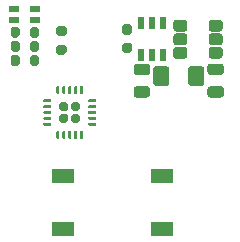
<source format=gbr>
%TF.GenerationSoftware,KiCad,Pcbnew,(5.1.10-1-10_14)*%
%TF.CreationDate,2021-11-07T07:30:05+00:00*%
%TF.ProjectId,USBA,55534241-2e6b-4696-9361-645f70636258,1*%
%TF.SameCoordinates,Original*%
%TF.FileFunction,Paste,Top*%
%TF.FilePolarity,Positive*%
%FSLAX46Y46*%
G04 Gerber Fmt 4.6, Leading zero omitted, Abs format (unit mm)*
G04 Created by KiCad (PCBNEW (5.1.10-1-10_14)) date 2021-11-07 07:30:05*
%MOMM*%
%LPD*%
G01*
G04 APERTURE LIST*
%ADD10R,1.920000X1.248000*%
%ADD11R,0.576000X1.056000*%
%ADD12R,0.816000X0.480000*%
G04 APERTURE END LIST*
D10*
%TO.C,SW1*%
X125700000Y-118250000D03*
X125700000Y-113750000D03*
X117300000Y-113750000D03*
X117300000Y-118250000D03*
%TD*%
%TO.C,U4*%
G36*
G01*
X129660000Y-103600000D02*
X129660000Y-103100000D01*
G75*
G02*
X129910000Y-102850000I250000J0D01*
G01*
X130610000Y-102850000D01*
G75*
G02*
X130860000Y-103100000I0J-250000D01*
G01*
X130860000Y-103600000D01*
G75*
G02*
X130610000Y-103850000I-250000J0D01*
G01*
X129910000Y-103850000D01*
G75*
G02*
X129660000Y-103600000I0J250000D01*
G01*
G37*
G36*
G01*
X129660000Y-102450000D02*
X129660000Y-101950000D01*
G75*
G02*
X129910000Y-101700000I250000J0D01*
G01*
X130610000Y-101700000D01*
G75*
G02*
X130860000Y-101950000I0J-250000D01*
G01*
X130860000Y-102450000D01*
G75*
G02*
X130610000Y-102700000I-250000J0D01*
G01*
X129910000Y-102700000D01*
G75*
G02*
X129660000Y-102450000I0J250000D01*
G01*
G37*
G36*
G01*
X129660000Y-101300000D02*
X129660000Y-100800000D01*
G75*
G02*
X129910000Y-100550000I250000J0D01*
G01*
X130610000Y-100550000D01*
G75*
G02*
X130860000Y-100800000I0J-250000D01*
G01*
X130860000Y-101300000D01*
G75*
G02*
X130610000Y-101550000I-250000J0D01*
G01*
X129910000Y-101550000D01*
G75*
G02*
X129660000Y-101300000I0J250000D01*
G01*
G37*
G36*
G01*
X126660000Y-102450000D02*
X126660000Y-101950000D01*
G75*
G02*
X126910000Y-101700000I250000J0D01*
G01*
X127610000Y-101700000D01*
G75*
G02*
X127860000Y-101950000I0J-250000D01*
G01*
X127860000Y-102450000D01*
G75*
G02*
X127610000Y-102700000I-250000J0D01*
G01*
X126910000Y-102700000D01*
G75*
G02*
X126660000Y-102450000I0J250000D01*
G01*
G37*
G36*
G01*
X126660000Y-103600000D02*
X126660000Y-103100000D01*
G75*
G02*
X126910000Y-102850000I250000J0D01*
G01*
X127610000Y-102850000D01*
G75*
G02*
X127860000Y-103100000I0J-250000D01*
G01*
X127860000Y-103600000D01*
G75*
G02*
X127610000Y-103850000I-250000J0D01*
G01*
X126910000Y-103850000D01*
G75*
G02*
X126660000Y-103600000I0J250000D01*
G01*
G37*
G36*
G01*
X126660000Y-101300000D02*
X126660000Y-100800000D01*
G75*
G02*
X126910000Y-100550000I250000J0D01*
G01*
X127610000Y-100550000D01*
G75*
G02*
X127860000Y-100800000I0J-250000D01*
G01*
X127860000Y-101300000D01*
G75*
G02*
X127610000Y-101550000I-250000J0D01*
G01*
X126910000Y-101550000D01*
G75*
G02*
X126660000Y-101300000I0J250000D01*
G01*
G37*
D11*
X125810000Y-100800000D03*
X123910000Y-100800000D03*
X124860000Y-100800000D03*
X123910000Y-103500000D03*
X124860000Y-103500000D03*
X125810000Y-103500000D03*
G36*
G01*
X129804000Y-104270000D02*
X130716000Y-104270000D01*
G75*
G02*
X130956000Y-104510000I0J-240000D01*
G01*
X130956000Y-104990000D01*
G75*
G02*
X130716000Y-105230000I-240000J0D01*
G01*
X129804000Y-105230000D01*
G75*
G02*
X129564000Y-104990000I0J240000D01*
G01*
X129564000Y-104510000D01*
G75*
G02*
X129804000Y-104270000I240000J0D01*
G01*
G37*
G36*
G01*
X129804000Y-106170000D02*
X130716000Y-106170000D01*
G75*
G02*
X130956000Y-106410000I0J-240000D01*
G01*
X130956000Y-106890000D01*
G75*
G02*
X130716000Y-107130000I-240000J0D01*
G01*
X129804000Y-107130000D01*
G75*
G02*
X129564000Y-106890000I0J240000D01*
G01*
X129564000Y-106410000D01*
G75*
G02*
X129804000Y-106170000I240000J0D01*
G01*
G37*
G36*
G01*
X123554000Y-106170000D02*
X124466000Y-106170000D01*
G75*
G02*
X124706000Y-106410000I0J-240000D01*
G01*
X124706000Y-106890000D01*
G75*
G02*
X124466000Y-107130000I-240000J0D01*
G01*
X123554000Y-107130000D01*
G75*
G02*
X123314000Y-106890000I0J240000D01*
G01*
X123314000Y-106410000D01*
G75*
G02*
X123554000Y-106170000I240000J0D01*
G01*
G37*
G36*
G01*
X123554000Y-104270000D02*
X124466000Y-104270000D01*
G75*
G02*
X124706000Y-104510000I0J-240000D01*
G01*
X124706000Y-104990000D01*
G75*
G02*
X124466000Y-105230000I-240000J0D01*
G01*
X123554000Y-105230000D01*
G75*
G02*
X123314000Y-104990000I0J240000D01*
G01*
X123314000Y-104510000D01*
G75*
G02*
X123554000Y-104270000I240000J0D01*
G01*
G37*
G36*
G01*
X123000000Y-101807000D02*
X122520000Y-101807000D01*
G75*
G02*
X122304000Y-101591000I0J216000D01*
G01*
X122304000Y-101159000D01*
G75*
G02*
X122520000Y-100943000I216000J0D01*
G01*
X123000000Y-100943000D01*
G75*
G02*
X123216000Y-101159000I0J-216000D01*
G01*
X123216000Y-101591000D01*
G75*
G02*
X123000000Y-101807000I-216000J0D01*
G01*
G37*
G36*
G01*
X123000000Y-103357000D02*
X122520000Y-103357000D01*
G75*
G02*
X122304000Y-103141000I0J216000D01*
G01*
X122304000Y-102709000D01*
G75*
G02*
X122520000Y-102493000I216000J0D01*
G01*
X123000000Y-102493000D01*
G75*
G02*
X123216000Y-102709000I0J-216000D01*
G01*
X123216000Y-103141000D01*
G75*
G02*
X123000000Y-103357000I-216000J0D01*
G01*
G37*
G36*
G01*
X124973500Y-105920602D02*
X124973500Y-104719398D01*
G75*
G02*
X125212898Y-104480000I239398J0D01*
G01*
X126102102Y-104480000D01*
G75*
G02*
X126341500Y-104719398I0J-239398D01*
G01*
X126341500Y-105920602D01*
G75*
G02*
X126102102Y-106160000I-239398J0D01*
G01*
X125212898Y-106160000D01*
G75*
G02*
X124973500Y-105920602I0J239398D01*
G01*
G37*
G36*
G01*
X127938500Y-105920602D02*
X127938500Y-104719398D01*
G75*
G02*
X128177898Y-104480000I239398J0D01*
G01*
X129067102Y-104480000D01*
G75*
G02*
X129306500Y-104719398I0J-239398D01*
G01*
X129306500Y-105920602D01*
G75*
G02*
X129067102Y-106160000I-239398J0D01*
G01*
X128177898Y-106160000D01*
G75*
G02*
X127938500Y-105920602I0J239398D01*
G01*
G37*
%TD*%
D12*
%TO.C,D1*%
X114975000Y-99600000D03*
X113225000Y-99600000D03*
X113225000Y-100600000D03*
X114975000Y-100600000D03*
%TD*%
%TO.C,R9*%
G36*
G01*
X114541000Y-104264000D02*
X114541000Y-103736000D01*
G75*
G02*
X114733000Y-103544000I192000J0D01*
G01*
X115117000Y-103544000D01*
G75*
G02*
X115309000Y-103736000I0J-192000D01*
G01*
X115309000Y-104264000D01*
G75*
G02*
X115117000Y-104456000I-192000J0D01*
G01*
X114733000Y-104456000D01*
G75*
G02*
X114541000Y-104264000I0J192000D01*
G01*
G37*
G36*
G01*
X112891000Y-104264000D02*
X112891000Y-103736000D01*
G75*
G02*
X113083000Y-103544000I192000J0D01*
G01*
X113467000Y-103544000D01*
G75*
G02*
X113659000Y-103736000I0J-192000D01*
G01*
X113659000Y-104264000D01*
G75*
G02*
X113467000Y-104456000I-192000J0D01*
G01*
X113083000Y-104456000D01*
G75*
G02*
X112891000Y-104264000I0J192000D01*
G01*
G37*
%TD*%
%TO.C,R8*%
G36*
G01*
X114541000Y-101864000D02*
X114541000Y-101336000D01*
G75*
G02*
X114733000Y-101144000I192000J0D01*
G01*
X115117000Y-101144000D01*
G75*
G02*
X115309000Y-101336000I0J-192000D01*
G01*
X115309000Y-101864000D01*
G75*
G02*
X115117000Y-102056000I-192000J0D01*
G01*
X114733000Y-102056000D01*
G75*
G02*
X114541000Y-101864000I0J192000D01*
G01*
G37*
G36*
G01*
X112891000Y-101864000D02*
X112891000Y-101336000D01*
G75*
G02*
X113083000Y-101144000I192000J0D01*
G01*
X113467000Y-101144000D01*
G75*
G02*
X113659000Y-101336000I0J-192000D01*
G01*
X113659000Y-101864000D01*
G75*
G02*
X113467000Y-102056000I-192000J0D01*
G01*
X113083000Y-102056000D01*
G75*
G02*
X112891000Y-101864000I0J192000D01*
G01*
G37*
%TD*%
%TO.C,U2*%
G36*
G01*
X118025000Y-109089000D02*
X118025000Y-108711000D01*
G75*
G02*
X118211000Y-108525000I186000J0D01*
G01*
X118589000Y-108525000D01*
G75*
G02*
X118775000Y-108711000I0J-186000D01*
G01*
X118775000Y-109089000D01*
G75*
G02*
X118589000Y-109275000I-186000J0D01*
G01*
X118211000Y-109275000D01*
G75*
G02*
X118025000Y-109089000I0J186000D01*
G01*
G37*
G36*
G01*
X118025000Y-108089000D02*
X118025000Y-107711000D01*
G75*
G02*
X118211000Y-107525000I186000J0D01*
G01*
X118589000Y-107525000D01*
G75*
G02*
X118775000Y-107711000I0J-186000D01*
G01*
X118775000Y-108089000D01*
G75*
G02*
X118589000Y-108275000I-186000J0D01*
G01*
X118211000Y-108275000D01*
G75*
G02*
X118025000Y-108089000I0J186000D01*
G01*
G37*
G36*
G01*
X117025000Y-109089000D02*
X117025000Y-108711000D01*
G75*
G02*
X117211000Y-108525000I186000J0D01*
G01*
X117589000Y-108525000D01*
G75*
G02*
X117775000Y-108711000I0J-186000D01*
G01*
X117775000Y-109089000D01*
G75*
G02*
X117589000Y-109275000I-186000J0D01*
G01*
X117211000Y-109275000D01*
G75*
G02*
X117025000Y-109089000I0J186000D01*
G01*
G37*
G36*
G01*
X117025000Y-108089000D02*
X117025000Y-107711000D01*
G75*
G02*
X117211000Y-107525000I186000J0D01*
G01*
X117589000Y-107525000D01*
G75*
G02*
X117775000Y-107711000I0J-186000D01*
G01*
X117775000Y-108089000D01*
G75*
G02*
X117589000Y-108275000I-186000J0D01*
G01*
X117211000Y-108275000D01*
G75*
G02*
X117025000Y-108089000I0J186000D01*
G01*
G37*
G36*
G01*
X116780000Y-106776000D02*
X116780000Y-106224000D01*
G75*
G02*
X116840000Y-106164000I60000J0D01*
G01*
X116960000Y-106164000D01*
G75*
G02*
X117020000Y-106224000I0J-60000D01*
G01*
X117020000Y-106776000D01*
G75*
G02*
X116960000Y-106836000I-60000J0D01*
G01*
X116840000Y-106836000D01*
G75*
G02*
X116780000Y-106776000I0J60000D01*
G01*
G37*
G36*
G01*
X117280000Y-106776000D02*
X117280000Y-106224000D01*
G75*
G02*
X117340000Y-106164000I60000J0D01*
G01*
X117460000Y-106164000D01*
G75*
G02*
X117520000Y-106224000I0J-60000D01*
G01*
X117520000Y-106776000D01*
G75*
G02*
X117460000Y-106836000I-60000J0D01*
G01*
X117340000Y-106836000D01*
G75*
G02*
X117280000Y-106776000I0J60000D01*
G01*
G37*
G36*
G01*
X117780000Y-106776000D02*
X117780000Y-106224000D01*
G75*
G02*
X117840000Y-106164000I60000J0D01*
G01*
X117960000Y-106164000D01*
G75*
G02*
X118020000Y-106224000I0J-60000D01*
G01*
X118020000Y-106776000D01*
G75*
G02*
X117960000Y-106836000I-60000J0D01*
G01*
X117840000Y-106836000D01*
G75*
G02*
X117780000Y-106776000I0J60000D01*
G01*
G37*
G36*
G01*
X118280000Y-106776000D02*
X118280000Y-106224000D01*
G75*
G02*
X118340000Y-106164000I60000J0D01*
G01*
X118460000Y-106164000D01*
G75*
G02*
X118520000Y-106224000I0J-60000D01*
G01*
X118520000Y-106776000D01*
G75*
G02*
X118460000Y-106836000I-60000J0D01*
G01*
X118340000Y-106836000D01*
G75*
G02*
X118280000Y-106776000I0J60000D01*
G01*
G37*
G36*
G01*
X118780000Y-106776000D02*
X118780000Y-106224000D01*
G75*
G02*
X118840000Y-106164000I60000J0D01*
G01*
X118960000Y-106164000D01*
G75*
G02*
X119020000Y-106224000I0J-60000D01*
G01*
X119020000Y-106776000D01*
G75*
G02*
X118960000Y-106836000I-60000J0D01*
G01*
X118840000Y-106836000D01*
G75*
G02*
X118780000Y-106776000I0J60000D01*
G01*
G37*
G36*
G01*
X119464000Y-107460000D02*
X119464000Y-107340000D01*
G75*
G02*
X119524000Y-107280000I60000J0D01*
G01*
X120076000Y-107280000D01*
G75*
G02*
X120136000Y-107340000I0J-60000D01*
G01*
X120136000Y-107460000D01*
G75*
G02*
X120076000Y-107520000I-60000J0D01*
G01*
X119524000Y-107520000D01*
G75*
G02*
X119464000Y-107460000I0J60000D01*
G01*
G37*
G36*
G01*
X119464000Y-107960000D02*
X119464000Y-107840000D01*
G75*
G02*
X119524000Y-107780000I60000J0D01*
G01*
X120076000Y-107780000D01*
G75*
G02*
X120136000Y-107840000I0J-60000D01*
G01*
X120136000Y-107960000D01*
G75*
G02*
X120076000Y-108020000I-60000J0D01*
G01*
X119524000Y-108020000D01*
G75*
G02*
X119464000Y-107960000I0J60000D01*
G01*
G37*
G36*
G01*
X119464000Y-108460000D02*
X119464000Y-108340000D01*
G75*
G02*
X119524000Y-108280000I60000J0D01*
G01*
X120076000Y-108280000D01*
G75*
G02*
X120136000Y-108340000I0J-60000D01*
G01*
X120136000Y-108460000D01*
G75*
G02*
X120076000Y-108520000I-60000J0D01*
G01*
X119524000Y-108520000D01*
G75*
G02*
X119464000Y-108460000I0J60000D01*
G01*
G37*
G36*
G01*
X119464000Y-108960000D02*
X119464000Y-108840000D01*
G75*
G02*
X119524000Y-108780000I60000J0D01*
G01*
X120076000Y-108780000D01*
G75*
G02*
X120136000Y-108840000I0J-60000D01*
G01*
X120136000Y-108960000D01*
G75*
G02*
X120076000Y-109020000I-60000J0D01*
G01*
X119524000Y-109020000D01*
G75*
G02*
X119464000Y-108960000I0J60000D01*
G01*
G37*
G36*
G01*
X119464000Y-109460000D02*
X119464000Y-109340000D01*
G75*
G02*
X119524000Y-109280000I60000J0D01*
G01*
X120076000Y-109280000D01*
G75*
G02*
X120136000Y-109340000I0J-60000D01*
G01*
X120136000Y-109460000D01*
G75*
G02*
X120076000Y-109520000I-60000J0D01*
G01*
X119524000Y-109520000D01*
G75*
G02*
X119464000Y-109460000I0J60000D01*
G01*
G37*
G36*
G01*
X118780000Y-110576000D02*
X118780000Y-110024000D01*
G75*
G02*
X118840000Y-109964000I60000J0D01*
G01*
X118960000Y-109964000D01*
G75*
G02*
X119020000Y-110024000I0J-60000D01*
G01*
X119020000Y-110576000D01*
G75*
G02*
X118960000Y-110636000I-60000J0D01*
G01*
X118840000Y-110636000D01*
G75*
G02*
X118780000Y-110576000I0J60000D01*
G01*
G37*
G36*
G01*
X118280000Y-110576000D02*
X118280000Y-110024000D01*
G75*
G02*
X118340000Y-109964000I60000J0D01*
G01*
X118460000Y-109964000D01*
G75*
G02*
X118520000Y-110024000I0J-60000D01*
G01*
X118520000Y-110576000D01*
G75*
G02*
X118460000Y-110636000I-60000J0D01*
G01*
X118340000Y-110636000D01*
G75*
G02*
X118280000Y-110576000I0J60000D01*
G01*
G37*
G36*
G01*
X117780000Y-110576000D02*
X117780000Y-110024000D01*
G75*
G02*
X117840000Y-109964000I60000J0D01*
G01*
X117960000Y-109964000D01*
G75*
G02*
X118020000Y-110024000I0J-60000D01*
G01*
X118020000Y-110576000D01*
G75*
G02*
X117960000Y-110636000I-60000J0D01*
G01*
X117840000Y-110636000D01*
G75*
G02*
X117780000Y-110576000I0J60000D01*
G01*
G37*
G36*
G01*
X117280000Y-110576000D02*
X117280000Y-110024000D01*
G75*
G02*
X117340000Y-109964000I60000J0D01*
G01*
X117460000Y-109964000D01*
G75*
G02*
X117520000Y-110024000I0J-60000D01*
G01*
X117520000Y-110576000D01*
G75*
G02*
X117460000Y-110636000I-60000J0D01*
G01*
X117340000Y-110636000D01*
G75*
G02*
X117280000Y-110576000I0J60000D01*
G01*
G37*
G36*
G01*
X116780000Y-110576000D02*
X116780000Y-110024000D01*
G75*
G02*
X116840000Y-109964000I60000J0D01*
G01*
X116960000Y-109964000D01*
G75*
G02*
X117020000Y-110024000I0J-60000D01*
G01*
X117020000Y-110576000D01*
G75*
G02*
X116960000Y-110636000I-60000J0D01*
G01*
X116840000Y-110636000D01*
G75*
G02*
X116780000Y-110576000I0J60000D01*
G01*
G37*
G36*
G01*
X115664000Y-109460000D02*
X115664000Y-109340000D01*
G75*
G02*
X115724000Y-109280000I60000J0D01*
G01*
X116276000Y-109280000D01*
G75*
G02*
X116336000Y-109340000I0J-60000D01*
G01*
X116336000Y-109460000D01*
G75*
G02*
X116276000Y-109520000I-60000J0D01*
G01*
X115724000Y-109520000D01*
G75*
G02*
X115664000Y-109460000I0J60000D01*
G01*
G37*
G36*
G01*
X115664000Y-108960000D02*
X115664000Y-108840000D01*
G75*
G02*
X115724000Y-108780000I60000J0D01*
G01*
X116276000Y-108780000D01*
G75*
G02*
X116336000Y-108840000I0J-60000D01*
G01*
X116336000Y-108960000D01*
G75*
G02*
X116276000Y-109020000I-60000J0D01*
G01*
X115724000Y-109020000D01*
G75*
G02*
X115664000Y-108960000I0J60000D01*
G01*
G37*
G36*
G01*
X115664000Y-108460000D02*
X115664000Y-108340000D01*
G75*
G02*
X115724000Y-108280000I60000J0D01*
G01*
X116276000Y-108280000D01*
G75*
G02*
X116336000Y-108340000I0J-60000D01*
G01*
X116336000Y-108460000D01*
G75*
G02*
X116276000Y-108520000I-60000J0D01*
G01*
X115724000Y-108520000D01*
G75*
G02*
X115664000Y-108460000I0J60000D01*
G01*
G37*
G36*
G01*
X115664000Y-107960000D02*
X115664000Y-107840000D01*
G75*
G02*
X115724000Y-107780000I60000J0D01*
G01*
X116276000Y-107780000D01*
G75*
G02*
X116336000Y-107840000I0J-60000D01*
G01*
X116336000Y-107960000D01*
G75*
G02*
X116276000Y-108020000I-60000J0D01*
G01*
X115724000Y-108020000D01*
G75*
G02*
X115664000Y-107960000I0J60000D01*
G01*
G37*
G36*
G01*
X115664000Y-107460000D02*
X115664000Y-107340000D01*
G75*
G02*
X115724000Y-107280000I60000J0D01*
G01*
X116276000Y-107280000D01*
G75*
G02*
X116336000Y-107340000I0J-60000D01*
G01*
X116336000Y-107460000D01*
G75*
G02*
X116276000Y-107520000I-60000J0D01*
G01*
X115724000Y-107520000D01*
G75*
G02*
X115664000Y-107460000I0J60000D01*
G01*
G37*
%TD*%
%TO.C,C2*%
G36*
G01*
X117440000Y-101957000D02*
X116960000Y-101957000D01*
G75*
G02*
X116744000Y-101741000I0J216000D01*
G01*
X116744000Y-101309000D01*
G75*
G02*
X116960000Y-101093000I216000J0D01*
G01*
X117440000Y-101093000D01*
G75*
G02*
X117656000Y-101309000I0J-216000D01*
G01*
X117656000Y-101741000D01*
G75*
G02*
X117440000Y-101957000I-216000J0D01*
G01*
G37*
G36*
G01*
X117440000Y-103507000D02*
X116960000Y-103507000D01*
G75*
G02*
X116744000Y-103291000I0J216000D01*
G01*
X116744000Y-102859000D01*
G75*
G02*
X116960000Y-102643000I216000J0D01*
G01*
X117440000Y-102643000D01*
G75*
G02*
X117656000Y-102859000I0J-216000D01*
G01*
X117656000Y-103291000D01*
G75*
G02*
X117440000Y-103507000I-216000J0D01*
G01*
G37*
%TD*%
%TO.C,R10*%
G36*
G01*
X114541000Y-103064000D02*
X114541000Y-102536000D01*
G75*
G02*
X114733000Y-102344000I192000J0D01*
G01*
X115117000Y-102344000D01*
G75*
G02*
X115309000Y-102536000I0J-192000D01*
G01*
X115309000Y-103064000D01*
G75*
G02*
X115117000Y-103256000I-192000J0D01*
G01*
X114733000Y-103256000D01*
G75*
G02*
X114541000Y-103064000I0J192000D01*
G01*
G37*
G36*
G01*
X112891000Y-103064000D02*
X112891000Y-102536000D01*
G75*
G02*
X113083000Y-102344000I192000J0D01*
G01*
X113467000Y-102344000D01*
G75*
G02*
X113659000Y-102536000I0J-192000D01*
G01*
X113659000Y-103064000D01*
G75*
G02*
X113467000Y-103256000I-192000J0D01*
G01*
X113083000Y-103256000D01*
G75*
G02*
X112891000Y-103064000I0J192000D01*
G01*
G37*
%TD*%
M02*

</source>
